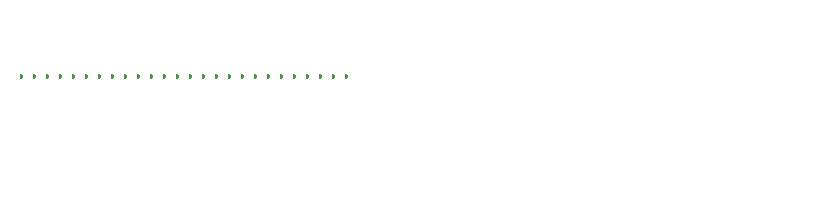
<source format=gbp>
G04 #@! TF.GenerationSoftware,KiCad,Pcbnew,8.0.9-8.0.9-0~ubuntu24.04.1*
G04 #@! TF.CreationDate,2026-01-23T21:30:28+00:00*
G04 #@! TF.ProjectId,hellen121vag,68656c6c-656e-4313-9231-7661672e6b69,d*
G04 #@! TF.SameCoordinates,PX2b953a0PY6943058*
G04 #@! TF.FileFunction,Paste,Bot*
G04 #@! TF.FilePolarity,Positive*
%FSLAX46Y46*%
G04 Gerber Fmt 4.6, Leading zero omitted, Abs format (unit mm)*
G04 Created by KiCad (PCBNEW 8.0.9-8.0.9-0~ubuntu24.04.1) date 2026-01-23 21:30:28*
%MOMM*%
%LPD*%
G01*
G04 APERTURE LIST*
%ADD10O,0.000001X0.000001*%
G04 APERTURE END LIST*
G04 #@! TO.C,M4*
G36*
G01*
X41317499Y55747315D02*
X41317499Y55497315D01*
G75*
G02*
X41192499Y55372315I-125000J0D01*
G01*
X41192499Y55372315D01*
G75*
G02*
X41067499Y55497315I0J125000D01*
G01*
X41067499Y55747315D01*
G75*
G02*
X41192499Y55872315I125000J0D01*
G01*
X41192499Y55872315D01*
G75*
G02*
X41317499Y55747315I0J-125000D01*
G01*
G37*
G36*
G01*
X42167503Y55497315D02*
X42167503Y55747315D01*
G75*
G02*
X42292503Y55872315I125000J0D01*
G01*
X42292503Y55872315D01*
G75*
G02*
X42417503Y55747315I0J-125000D01*
G01*
X42417503Y55497315D01*
G75*
G02*
X42292503Y55372315I-125000J0D01*
G01*
X42292503Y55372315D01*
G75*
G02*
X42167503Y55497315I0J125000D01*
G01*
G37*
G36*
G01*
X43267504Y55497315D02*
X43267504Y55747315D01*
G75*
G02*
X43392504Y55872315I125000J0D01*
G01*
X43392504Y55872315D01*
G75*
G02*
X43517504Y55747315I0J-125000D01*
G01*
X43517504Y55497315D01*
G75*
G02*
X43392504Y55372315I-125000J0D01*
G01*
X43392504Y55372315D01*
G75*
G02*
X43267504Y55497315I0J125000D01*
G01*
G37*
G36*
G01*
X44367501Y55497315D02*
X44367501Y55747315D01*
G75*
G02*
X44492501Y55872315I125000J0D01*
G01*
X44492501Y55872315D01*
G75*
G02*
X44617501Y55747315I0J-125000D01*
G01*
X44617501Y55497315D01*
G75*
G02*
X44492501Y55372315I-125000J0D01*
G01*
X44492501Y55372315D01*
G75*
G02*
X44367501Y55497315I0J125000D01*
G01*
G37*
G36*
G01*
X45467499Y55497315D02*
X45467499Y55747315D01*
G75*
G02*
X45592499Y55872315I125000J0D01*
G01*
X45592499Y55872315D01*
G75*
G02*
X45717499Y55747315I0J-125000D01*
G01*
X45717499Y55497315D01*
G75*
G02*
X45592499Y55372315I-125000J0D01*
G01*
X45592499Y55372315D01*
G75*
G02*
X45467499Y55497315I0J125000D01*
G01*
G37*
G36*
G01*
X46567497Y55497315D02*
X46567497Y55747315D01*
G75*
G02*
X46692497Y55872315I125000J0D01*
G01*
X46692497Y55872315D01*
G75*
G02*
X46817497Y55747315I0J-125000D01*
G01*
X46817497Y55497315D01*
G75*
G02*
X46692497Y55372315I-125000J0D01*
G01*
X46692497Y55372315D01*
G75*
G02*
X46567497Y55497315I0J125000D01*
G01*
G37*
G36*
G01*
X47667495Y55497315D02*
X47667495Y55747315D01*
G75*
G02*
X47792495Y55872315I125000J0D01*
G01*
X47792495Y55872315D01*
G75*
G02*
X47917495Y55747315I0J-125000D01*
G01*
X47917495Y55497315D01*
G75*
G02*
X47792495Y55372315I-125000J0D01*
G01*
X47792495Y55372315D01*
G75*
G02*
X47667495Y55497315I0J125000D01*
G01*
G37*
G36*
G01*
X48767493Y55497315D02*
X48767493Y55747315D01*
G75*
G02*
X48892493Y55872315I125000J0D01*
G01*
X48892493Y55872315D01*
G75*
G02*
X49017493Y55747315I0J-125000D01*
G01*
X49017493Y55497315D01*
G75*
G02*
X48892493Y55372315I-125000J0D01*
G01*
X48892493Y55372315D01*
G75*
G02*
X48767493Y55497315I0J125000D01*
G01*
G37*
G36*
G01*
X49867490Y55497315D02*
X49867490Y55747315D01*
G75*
G02*
X49992490Y55872315I125000J0D01*
G01*
X49992490Y55872315D01*
G75*
G02*
X50117490Y55747315I0J-125000D01*
G01*
X50117490Y55497315D01*
G75*
G02*
X49992490Y55372315I-125000J0D01*
G01*
X49992490Y55372315D01*
G75*
G02*
X49867490Y55497315I0J125000D01*
G01*
G37*
G36*
G01*
X50967488Y55497315D02*
X50967488Y55747315D01*
G75*
G02*
X51092488Y55872315I125000J0D01*
G01*
X51092488Y55872315D01*
G75*
G02*
X51217488Y55747315I0J-125000D01*
G01*
X51217488Y55497315D01*
G75*
G02*
X51092488Y55372315I-125000J0D01*
G01*
X51092488Y55372315D01*
G75*
G02*
X50967488Y55497315I0J125000D01*
G01*
G37*
G36*
G01*
X52067486Y55497315D02*
X52067486Y55747315D01*
G75*
G02*
X52192486Y55872315I125000J0D01*
G01*
X52192486Y55872315D01*
G75*
G02*
X52317486Y55747315I0J-125000D01*
G01*
X52317486Y55497315D01*
G75*
G02*
X52192486Y55372315I-125000J0D01*
G01*
X52192486Y55372315D01*
G75*
G02*
X52067486Y55497315I0J125000D01*
G01*
G37*
G36*
G01*
X53167484Y55497315D02*
X53167484Y55747315D01*
G75*
G02*
X53292484Y55872315I125000J0D01*
G01*
X53292484Y55872315D01*
G75*
G02*
X53417484Y55747315I0J-125000D01*
G01*
X53417484Y55497315D01*
G75*
G02*
X53292484Y55372315I-125000J0D01*
G01*
X53292484Y55372315D01*
G75*
G02*
X53167484Y55497315I0J125000D01*
G01*
G37*
G36*
G01*
X54267482Y55497315D02*
X54267482Y55747315D01*
G75*
G02*
X54392482Y55872315I125000J0D01*
G01*
X54392482Y55872315D01*
G75*
G02*
X54517482Y55747315I0J-125000D01*
G01*
X54517482Y55497315D01*
G75*
G02*
X54392482Y55372315I-125000J0D01*
G01*
X54392482Y55372315D01*
G75*
G02*
X54267482Y55497315I0J125000D01*
G01*
G37*
G36*
G01*
X55367479Y55497315D02*
X55367479Y55747315D01*
G75*
G02*
X55492479Y55872315I125000J0D01*
G01*
X55492479Y55872315D01*
G75*
G02*
X55617479Y55747315I0J-125000D01*
G01*
X55617479Y55497315D01*
G75*
G02*
X55492479Y55372315I-125000J0D01*
G01*
X55492479Y55372315D01*
G75*
G02*
X55367479Y55497315I0J125000D01*
G01*
G37*
G36*
G01*
X56467477Y55497315D02*
X56467477Y55747315D01*
G75*
G02*
X56592477Y55872315I125000J0D01*
G01*
X56592477Y55872315D01*
G75*
G02*
X56717477Y55747315I0J-125000D01*
G01*
X56717477Y55497315D01*
G75*
G02*
X56592477Y55372315I-125000J0D01*
G01*
X56592477Y55372315D01*
G75*
G02*
X56467477Y55497315I0J125000D01*
G01*
G37*
G36*
G01*
X57567475Y55497315D02*
X57567475Y55747315D01*
G75*
G02*
X57692475Y55872315I125000J0D01*
G01*
X57692475Y55872315D01*
G75*
G02*
X57817475Y55747315I0J-125000D01*
G01*
X57817475Y55497315D01*
G75*
G02*
X57692475Y55372315I-125000J0D01*
G01*
X57692475Y55372315D01*
G75*
G02*
X57567475Y55497315I0J125000D01*
G01*
G37*
G36*
G01*
X58667473Y55497315D02*
X58667473Y55747315D01*
G75*
G02*
X58792473Y55872315I125000J0D01*
G01*
X58792473Y55872315D01*
G75*
G02*
X58917473Y55747315I0J-125000D01*
G01*
X58917473Y55497315D01*
G75*
G02*
X58792473Y55372315I-125000J0D01*
G01*
X58792473Y55372315D01*
G75*
G02*
X58667473Y55497315I0J125000D01*
G01*
G37*
G36*
G01*
X59767471Y55497315D02*
X59767471Y55747315D01*
G75*
G02*
X59892471Y55872315I125000J0D01*
G01*
X59892471Y55872315D01*
G75*
G02*
X60017471Y55747315I0J-125000D01*
G01*
X60017471Y55497315D01*
G75*
G02*
X59892471Y55372315I-125000J0D01*
G01*
X59892471Y55372315D01*
G75*
G02*
X59767471Y55497315I0J125000D01*
G01*
G37*
G36*
G01*
X60867468Y55497315D02*
X60867468Y55747315D01*
G75*
G02*
X60992468Y55872315I125000J0D01*
G01*
X60992468Y55872315D01*
G75*
G02*
X61117468Y55747315I0J-125000D01*
G01*
X61117468Y55497315D01*
G75*
G02*
X60992468Y55372315I-125000J0D01*
G01*
X60992468Y55372315D01*
G75*
G02*
X60867468Y55497315I0J125000D01*
G01*
G37*
G36*
G01*
X61967466Y55497315D02*
X61967466Y55747315D01*
G75*
G02*
X62092466Y55872315I125000J0D01*
G01*
X62092466Y55872315D01*
G75*
G02*
X62217466Y55747315I0J-125000D01*
G01*
X62217466Y55497315D01*
G75*
G02*
X62092466Y55372315I-125000J0D01*
G01*
X62092466Y55372315D01*
G75*
G02*
X61967466Y55497315I0J125000D01*
G01*
G37*
G36*
G01*
X63067464Y55497315D02*
X63067464Y55747315D01*
G75*
G02*
X63192464Y55872315I125000J0D01*
G01*
X63192464Y55872315D01*
G75*
G02*
X63317464Y55747315I0J-125000D01*
G01*
X63317464Y55497315D01*
G75*
G02*
X63192464Y55372315I-125000J0D01*
G01*
X63192464Y55372315D01*
G75*
G02*
X63067464Y55497315I0J125000D01*
G01*
G37*
G36*
G01*
X64167462Y55497315D02*
X64167462Y55747315D01*
G75*
G02*
X64292462Y55872315I125000J0D01*
G01*
X64292462Y55872315D01*
G75*
G02*
X64417462Y55747315I0J-125000D01*
G01*
X64417462Y55497315D01*
G75*
G02*
X64292462Y55372315I-125000J0D01*
G01*
X64292462Y55372315D01*
G75*
G02*
X64167462Y55497315I0J125000D01*
G01*
G37*
G36*
G01*
X65267460Y55497315D02*
X65267460Y55747315D01*
G75*
G02*
X65392460Y55872315I125000J0D01*
G01*
X65392460Y55872315D01*
G75*
G02*
X65517460Y55747315I0J-125000D01*
G01*
X65517460Y55497315D01*
G75*
G02*
X65392460Y55372315I-125000J0D01*
G01*
X65392460Y55372315D01*
G75*
G02*
X65267460Y55497315I0J125000D01*
G01*
G37*
G36*
G01*
X66367457Y55497315D02*
X66367457Y55747315D01*
G75*
G02*
X66492457Y55872315I125000J0D01*
G01*
X66492457Y55872315D01*
G75*
G02*
X66617457Y55747315I0J-125000D01*
G01*
X66617457Y55497315D01*
G75*
G02*
X66492457Y55372315I-125000J0D01*
G01*
X66492457Y55372315D01*
G75*
G02*
X66367457Y55497315I0J125000D01*
G01*
G37*
G36*
G01*
X67467455Y55497315D02*
X67467455Y55747315D01*
G75*
G02*
X67592455Y55872315I125000J0D01*
G01*
X67592455Y55872315D01*
G75*
G02*
X67717455Y55747315I0J-125000D01*
G01*
X67717455Y55497315D01*
G75*
G02*
X67592455Y55372315I-125000J0D01*
G01*
X67592455Y55372315D01*
G75*
G02*
X67467455Y55497315I0J125000D01*
G01*
G37*
G36*
G01*
X68567453Y55497315D02*
X68567453Y55747315D01*
G75*
G02*
X68692453Y55872315I125000J0D01*
G01*
X68692453Y55872315D01*
G75*
G02*
X68817453Y55747315I0J-125000D01*
G01*
X68817453Y55497315D01*
G75*
G02*
X68692453Y55372315I-125000J0D01*
G01*
X68692453Y55372315D01*
G75*
G02*
X68567453Y55497315I0J125000D01*
G01*
G37*
G04 #@! TD*
D10*
G04 #@! TO.C,M6*
X108226552Y44401214D03*
X107251540Y44501219D03*
X106381783Y44401214D03*
X105651546Y44401214D03*
X104756783Y44401214D03*
X102681783Y44401214D03*
X101781787Y44401214D03*
X101071545Y44401214D03*
X100051544Y44501214D03*
X98876545Y44501214D03*
X97526546Y44501214D03*
X96351547Y44501214D03*
X95451546Y45431453D03*
X95451546Y46126212D03*
X95451546Y46806452D03*
X95546544Y47626214D03*
X95451546Y48931451D03*
X95546544Y49901216D03*
X95451546Y51176214D03*
X95451546Y51826216D03*
X95546544Y53026216D03*
X95546544Y54101220D03*
X95546544Y54976222D03*
X95451546Y55801214D03*
X95451546Y61651215D03*
G04 #@! TD*
M02*

</source>
